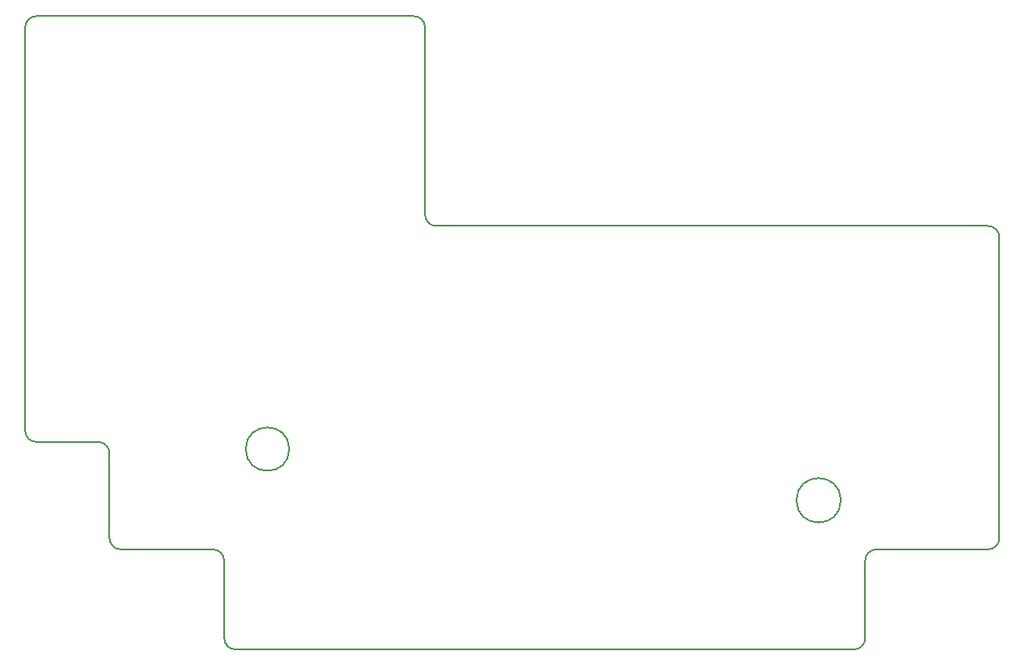
<source format=gbr>
G04 #@! TF.FileFunction,Profile,NP*
%FSLAX46Y46*%
G04 Gerber Fmt 4.6, Leading zero omitted, Abs format (unit mm)*
G04 Created by KiCad (PCBNEW 4.0.7) date 01/15/20 01:12:04*
%MOMM*%
%LPD*%
G01*
G04 APERTURE LIST*
%ADD10C,0.100000*%
%ADD11C,0.150000*%
G04 APERTURE END LIST*
D10*
D11*
X145351500Y-50800000D02*
G75*
G03X144208500Y-49657000I-1143000J0D01*
G01*
X145351500Y-69850000D02*
G75*
G03X146494500Y-70993000I1143000J0D01*
G01*
X203708000Y-72136000D02*
G75*
G03X202565000Y-70993000I-1143000J0D01*
G01*
X145351500Y-69850000D02*
X145351500Y-50800000D01*
X202565000Y-70993000D02*
X146494500Y-70993000D01*
X113284000Y-94107000D02*
G75*
G03X112141000Y-92964000I-1143000J0D01*
G01*
X104711500Y-91821000D02*
G75*
G03X105854500Y-92964000I1143000J0D01*
G01*
X105854500Y-92964000D02*
X112141000Y-92964000D01*
X104711500Y-50800000D02*
X104711500Y-91821000D01*
X124942600Y-112915700D02*
X124942600Y-105041700D01*
X114427000Y-103886000D02*
X123799600Y-103898700D01*
X113284000Y-102743000D02*
G75*
G03X114427000Y-103886000I1143000J0D01*
G01*
X124942600Y-105041700D02*
G75*
G03X123799600Y-103898700I-1143000J0D01*
G01*
X191223900Y-103886000D02*
X202565000Y-103886000D01*
X203708000Y-102743000D02*
G75*
G02X202565000Y-103886000I-1143000J0D01*
G01*
X190080900Y-112915700D02*
X190080900Y-105029000D01*
X190080900Y-105029000D02*
G75*
G02X191223900Y-103886000I1143000J0D01*
G01*
X131549518Y-93687900D02*
G75*
G03X131549518Y-93687900I-2212718J0D01*
G01*
X187601866Y-98894900D02*
G75*
G03X187601866Y-98894900I-2258066J0D01*
G01*
X105854500Y-49657000D02*
G75*
G03X104711500Y-50800000I0J-1143000D01*
G01*
X190080900Y-112915700D02*
G75*
G02X188937900Y-114058700I-1143000J0D01*
G01*
X124942600Y-112915700D02*
G75*
G03X126085600Y-114058700I1143000J0D01*
G01*
X203708000Y-102743000D02*
X203708000Y-72130000D01*
X126085600Y-114058700D02*
X188937900Y-114058700D01*
X113284000Y-94100000D02*
X113284000Y-102743000D01*
X144200000Y-49657000D02*
X105860000Y-49657000D01*
M02*

</source>
